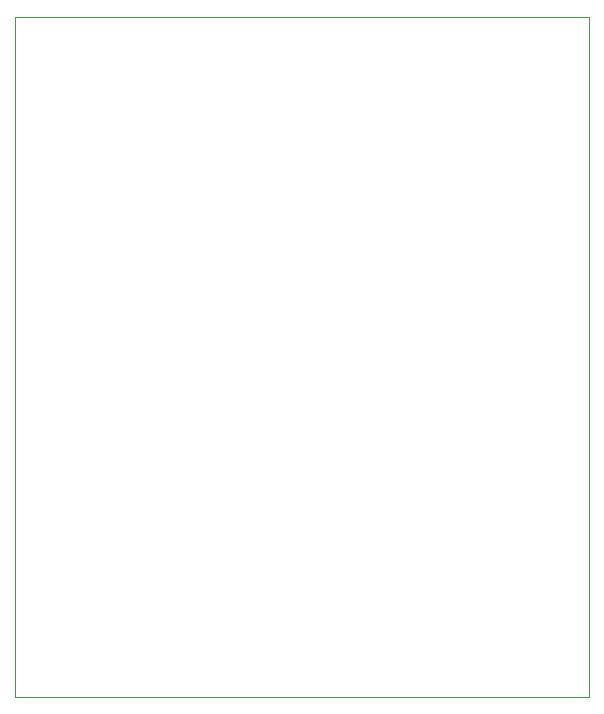
<source format=gbr>
G04 #@! TF.GenerationSoftware,KiCad,Pcbnew,(5.1.5-0-10_14)*
G04 #@! TF.CreationDate,2021-10-11T05:36:10+10:00*
G04 #@! TF.ProjectId,OH - Left Console - 32 - Selective Jettison,4f48202d-204c-4656-9674-20436f6e736f,rev?*
G04 #@! TF.SameCoordinates,Original*
G04 #@! TF.FileFunction,Profile,NP*
%FSLAX46Y46*%
G04 Gerber Fmt 4.6, Leading zero omitted, Abs format (unit mm)*
G04 Created by KiCad (PCBNEW (5.1.5-0-10_14)) date 2021-10-11 05:36:10*
%MOMM*%
%LPD*%
G04 APERTURE LIST*
%ADD10C,0.050000*%
G04 APERTURE END LIST*
D10*
X115443000Y-64770000D02*
X66802000Y-64770000D01*
X66802000Y-122301000D02*
X66802000Y-64770000D01*
X115443000Y-122301000D02*
X66802000Y-122301000D01*
X115443000Y-64770000D02*
X115443000Y-122301000D01*
M02*

</source>
